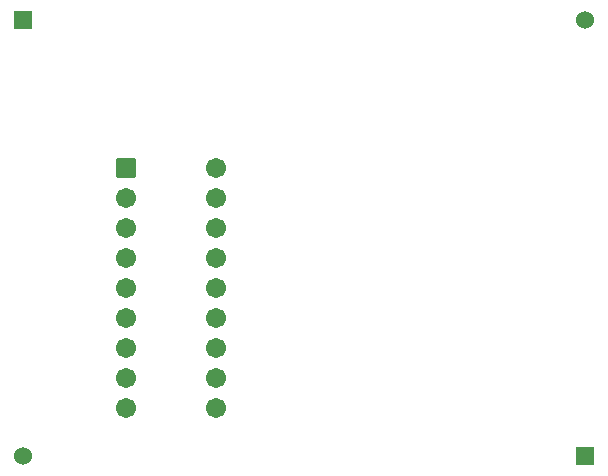
<source format=gbr>
%TF.GenerationSoftware,KiCad,Pcbnew,(6.0.9)*%
%TF.CreationDate,2023-11-13T18:20:47-08:00*%
%TF.ProjectId,music_card,6d757369-635f-4636-9172-642e6b696361,rev?*%
%TF.SameCoordinates,Original*%
%TF.FileFunction,Soldermask,Bot*%
%TF.FilePolarity,Negative*%
%FSLAX46Y46*%
G04 Gerber Fmt 4.6, Leading zero omitted, Abs format (unit mm)*
G04 Created by KiCad (PCBNEW (6.0.9)) date 2023-11-13 18:20:47*
%MOMM*%
%LPD*%
G01*
G04 APERTURE LIST*
G04 Aperture macros list*
%AMRoundRect*
0 Rectangle with rounded corners*
0 $1 Rounding radius*
0 $2 $3 $4 $5 $6 $7 $8 $9 X,Y pos of 4 corners*
0 Add a 4 corners polygon primitive as box body*
4,1,4,$2,$3,$4,$5,$6,$7,$8,$9,$2,$3,0*
0 Add four circle primitives for the rounded corners*
1,1,$1+$1,$2,$3*
1,1,$1+$1,$4,$5*
1,1,$1+$1,$6,$7*
1,1,$1+$1,$8,$9*
0 Add four rect primitives between the rounded corners*
20,1,$1+$1,$2,$3,$4,$5,0*
20,1,$1+$1,$4,$5,$6,$7,0*
20,1,$1+$1,$6,$7,$8,$9,0*
20,1,$1+$1,$8,$9,$2,$3,0*%
G04 Aperture macros list end*
%ADD10R,1.524000X1.524000*%
%ADD11C,1.524000*%
%ADD12RoundRect,0.102000X-0.749300X-0.749300X0.749300X-0.749300X0.749300X0.749300X-0.749300X0.749300X0*%
%ADD13C,1.702600*%
G04 APERTURE END LIST*
D10*
%TO.C,VDD_THT2*%
X114500000Y-94100000D03*
%TD*%
D11*
%TO.C,GND_THT1*%
X162000000Y-94100000D03*
%TD*%
D10*
%TO.C,GND_THT2*%
X162000000Y-131000000D03*
%TD*%
D12*
%TO.C,U2*%
X123190000Y-106680000D03*
D13*
X123190000Y-109220000D03*
X123190000Y-111760000D03*
X123190000Y-114300000D03*
X123190000Y-116840000D03*
X123190000Y-119380000D03*
X123190000Y-121920000D03*
X123190000Y-124460000D03*
X123190000Y-127000000D03*
X130810000Y-127000000D03*
X130810000Y-124460000D03*
X130810000Y-121920000D03*
X130810000Y-119380000D03*
X130810000Y-116840000D03*
X130810000Y-114300000D03*
X130810000Y-111760000D03*
X130810000Y-109220000D03*
X130810000Y-106680000D03*
%TD*%
D11*
%TO.C,VDD_THT1*%
X114500000Y-131000000D03*
%TD*%
M02*

</source>
